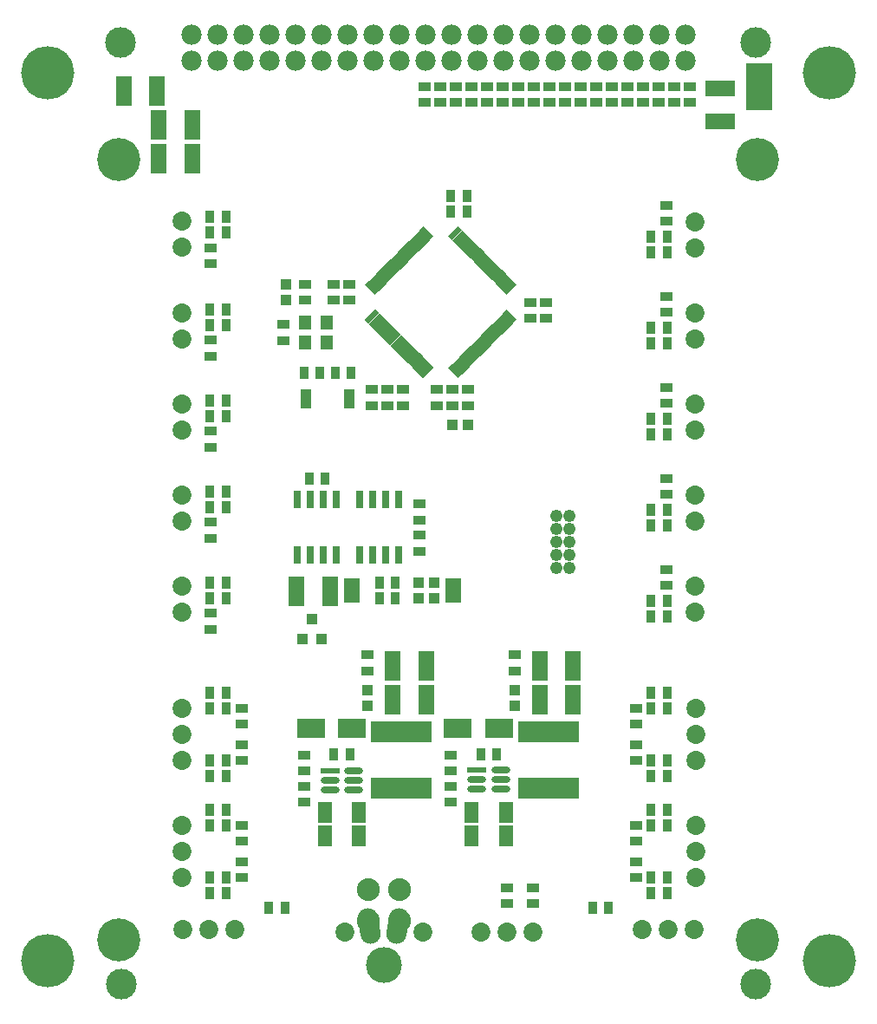
<source format=gts>
G04*
G04 #@! TF.GenerationSoftware,Altium Limited,Altium Designer,20.1.12 (249)*
G04*
G04 Layer_Color=8388736*
%FSLAX25Y25*%
%MOIN*%
G70*
G04*
G04 #@! TF.SameCoordinates,2042196E-867F-4DAE-B54E-166F92C2B522*
G04*
G04*
G04 #@! TF.FilePolarity,Negative*
G04*
G01*
G75*
%ADD16R,0.10000X0.18000*%
%ADD17R,0.06000X0.09510*%
%ADD18R,0.04800X0.03800*%
%ADD19R,0.03162X0.06902*%
%ADD20C,0.11811*%
%ADD21R,0.05918X0.11824*%
%ADD22R,0.04300X0.04300*%
%ADD23R,0.10642X0.07493*%
%ADD24R,0.03800X0.04800*%
%ADD25R,0.23241X0.07887*%
%ADD26R,0.05500X0.07900*%
G04:AMPARAMS|DCode=27|XSize=73.01mil|YSize=24.1mil|CornerRadius=12.05mil|HoleSize=0mil|Usage=FLASHONLY|Rotation=0.000|XOffset=0mil|YOffset=0mil|HoleType=Round|Shape=RoundedRectangle|*
%AMROUNDEDRECTD27*
21,1,0.07301,0.00000,0,0,0.0*
21,1,0.04891,0.02410,0,0,0.0*
1,1,0.02410,0.02445,0.00000*
1,1,0.02410,-0.02445,0.00000*
1,1,0.02410,-0.02445,0.00000*
1,1,0.02410,0.02445,0.00000*
%
%ADD27ROUNDEDRECTD27*%
%ADD28R,0.07301X0.02410*%
%ADD29R,0.04300X0.04300*%
%ADD30R,0.03950X0.04343*%
%ADD31R,0.05100X0.05600*%
%ADD32R,0.04300X0.07800*%
G04:AMPARAMS|DCode=33|XSize=55.24mil|YSize=19.81mil|CornerRadius=0mil|HoleSize=0mil|Usage=FLASHONLY|Rotation=315.000|XOffset=0mil|YOffset=0mil|HoleType=Round|Shape=Rectangle|*
%AMROTATEDRECTD33*
4,1,4,-0.02654,0.01253,-0.01253,0.02654,0.02654,-0.01253,0.01253,-0.02654,-0.02654,0.01253,0.0*
%
%ADD33ROTATEDRECTD33*%

G04:AMPARAMS|DCode=34|XSize=19.81mil|YSize=55.24mil|CornerRadius=0mil|HoleSize=0mil|Usage=FLASHONLY|Rotation=315.000|XOffset=0mil|YOffset=0mil|HoleType=Round|Shape=Rectangle|*
%AMROTATEDRECTD34*
4,1,4,-0.02654,-0.01253,0.01253,0.02654,0.02654,0.01253,-0.01253,-0.02654,-0.02654,-0.01253,0.0*
%
%ADD34ROTATEDRECTD34*%

G04:AMPARAMS|DCode=35|XSize=19.81mil|YSize=59.18mil|CornerRadius=0mil|HoleSize=0mil|Usage=FLASHONLY|Rotation=315.000|XOffset=0mil|YOffset=0mil|HoleType=Round|Shape=Rectangle|*
%AMROTATEDRECTD35*
4,1,4,-0.02793,-0.01392,0.01392,0.02793,0.02793,0.01392,-0.01392,-0.02793,-0.02793,-0.01392,0.0*
%
%ADD35ROTATEDRECTD35*%

%ADD36R,0.05800X0.03800*%
%ADD37R,0.01800X0.03800*%
%ADD38R,0.11824X0.05918*%
%ADD39C,0.02800*%
%ADD40C,0.20485*%
G04:AMPARAMS|DCode=41|XSize=138mil|YSize=78mil|CornerRadius=0mil|HoleSize=0mil|Usage=FLASHONLY|Rotation=100.000|XOffset=0mil|YOffset=0mil|HoleType=Round|Shape=Round|*
%AMOVALD41*
21,1,0.06000,0.07800,0.00000,0.00000,100.0*
1,1,0.07800,0.00521,-0.02954*
1,1,0.07800,-0.00521,0.02954*
%
%ADD41OVALD41*%

G04:AMPARAMS|DCode=42|XSize=138mil|YSize=78mil|CornerRadius=0mil|HoleSize=0mil|Usage=FLASHONLY|Rotation=80.000|XOffset=0mil|YOffset=0mil|HoleType=Round|Shape=Round|*
%AMOVALD42*
21,1,0.06000,0.07800,0.00000,0.00000,80.0*
1,1,0.07800,-0.00521,-0.02954*
1,1,0.07800,0.00521,0.02954*
%
%ADD42OVALD42*%

%ADD43C,0.13811*%
%ADD44C,0.08800*%
%ADD45C,0.16548*%
%ADD46C,0.07800*%
%ADD47C,0.07300*%
%ADD48C,0.04800*%
D16*
X517000Y565500D02*
D03*
D17*
X399500Y371755D02*
D03*
X360500Y371832D02*
D03*
D18*
X386500Y398876D02*
D03*
Y405124D02*
D03*
Y393124D02*
D03*
Y386876D02*
D03*
X366500Y340876D02*
D03*
Y347124D02*
D03*
X342000Y308624D02*
D03*
Y302376D02*
D03*
Y296624D02*
D03*
Y290376D02*
D03*
X398500Y308624D02*
D03*
Y302376D02*
D03*
Y296624D02*
D03*
Y290376D02*
D03*
X423000Y340876D02*
D03*
Y347124D02*
D03*
X430000Y257624D02*
D03*
Y251376D02*
D03*
X420000Y257624D02*
D03*
Y251376D02*
D03*
X359500Y483376D02*
D03*
Y489624D02*
D03*
X353500Y483376D02*
D03*
Y489624D02*
D03*
X342500D02*
D03*
Y483376D02*
D03*
X334000Y467876D02*
D03*
Y474124D02*
D03*
X393000Y449124D02*
D03*
Y442876D02*
D03*
X399000Y449124D02*
D03*
Y442876D02*
D03*
X405000Y449124D02*
D03*
Y442876D02*
D03*
X368000Y449124D02*
D03*
Y442876D02*
D03*
X380000Y449124D02*
D03*
Y442876D02*
D03*
X374000Y449124D02*
D03*
Y442876D02*
D03*
X435000Y482624D02*
D03*
Y476376D02*
D03*
X429000Y482624D02*
D03*
Y476376D02*
D03*
X305876Y497376D02*
D03*
Y503624D02*
D03*
X481500Y520000D02*
D03*
Y513753D02*
D03*
X305876Y461876D02*
D03*
Y468124D02*
D03*
X481500Y485000D02*
D03*
Y478753D02*
D03*
X305876Y426876D02*
D03*
Y433124D02*
D03*
X481500Y450000D02*
D03*
Y443753D02*
D03*
X305876Y391876D02*
D03*
Y398124D02*
D03*
X481500Y415000D02*
D03*
Y408753D02*
D03*
X305876Y356876D02*
D03*
Y363124D02*
D03*
X481500Y380000D02*
D03*
Y373753D02*
D03*
X317876Y312624D02*
D03*
Y306376D02*
D03*
Y320376D02*
D03*
Y326624D02*
D03*
X469624Y320376D02*
D03*
Y326624D02*
D03*
Y312624D02*
D03*
Y306376D02*
D03*
X317876Y267624D02*
D03*
Y261376D02*
D03*
Y275376D02*
D03*
Y281624D02*
D03*
X469624Y275376D02*
D03*
Y281624D02*
D03*
Y267624D02*
D03*
Y261376D02*
D03*
X394500Y559376D02*
D03*
Y565624D02*
D03*
X388500Y559376D02*
D03*
Y565624D02*
D03*
X436500Y559376D02*
D03*
Y565624D02*
D03*
X400500Y559376D02*
D03*
Y565624D02*
D03*
X424500Y559376D02*
D03*
Y565624D02*
D03*
X418500Y559376D02*
D03*
Y565624D02*
D03*
X406500Y559376D02*
D03*
Y565624D02*
D03*
X412500Y559376D02*
D03*
Y565624D02*
D03*
X460500Y559376D02*
D03*
Y565624D02*
D03*
X442500Y559376D02*
D03*
Y565624D02*
D03*
X454500Y559376D02*
D03*
Y565624D02*
D03*
X430500Y559376D02*
D03*
Y565624D02*
D03*
X448500Y559376D02*
D03*
Y565624D02*
D03*
X490500Y559376D02*
D03*
Y565624D02*
D03*
X472500Y559376D02*
D03*
Y565624D02*
D03*
X466500Y559376D02*
D03*
Y565624D02*
D03*
X484500Y559376D02*
D03*
Y565624D02*
D03*
X478500Y559376D02*
D03*
Y565624D02*
D03*
D19*
X339493Y385445D02*
D03*
X344493D02*
D03*
X349493D02*
D03*
X354493D02*
D03*
X339493Y406705D02*
D03*
X344493D02*
D03*
X349493D02*
D03*
X354493D02*
D03*
X363500Y385449D02*
D03*
X368500D02*
D03*
X373500D02*
D03*
X378500D02*
D03*
X363500Y406709D02*
D03*
X368500D02*
D03*
X373500D02*
D03*
X378500D02*
D03*
D20*
X515748Y220472D02*
D03*
Y582677D02*
D03*
X271654Y220472D02*
D03*
X271500Y582677D02*
D03*
D21*
X388899Y343000D02*
D03*
X376101D02*
D03*
X388899Y330000D02*
D03*
X376101D02*
D03*
X445399Y343000D02*
D03*
X432601D02*
D03*
X445399Y330000D02*
D03*
X432601D02*
D03*
X339101Y371577D02*
D03*
X351899D02*
D03*
X272601Y564000D02*
D03*
X285399D02*
D03*
X286101Y538000D02*
D03*
X298899D02*
D03*
X286101Y551000D02*
D03*
X298899D02*
D03*
D22*
X366500Y333500D02*
D03*
Y327500D02*
D03*
X423000Y333500D02*
D03*
Y327500D02*
D03*
X335000Y483500D02*
D03*
Y489500D02*
D03*
D23*
X344626Y319000D02*
D03*
X360374D02*
D03*
X401126D02*
D03*
X416874D02*
D03*
D24*
X359624Y309000D02*
D03*
X353376D02*
D03*
X334624Y250000D02*
D03*
X328376D02*
D03*
X416124Y309000D02*
D03*
X409876D02*
D03*
X452876Y250000D02*
D03*
X459124D02*
D03*
X370876Y375000D02*
D03*
X377124D02*
D03*
X370876Y369000D02*
D03*
X377124D02*
D03*
X398376Y523500D02*
D03*
X404624D02*
D03*
X398376Y517500D02*
D03*
X404624D02*
D03*
X353876Y455500D02*
D03*
X360124D02*
D03*
X348124D02*
D03*
X341876D02*
D03*
X312000Y300500D02*
D03*
X305753D02*
D03*
Y509500D02*
D03*
X312000D02*
D03*
X305753Y515500D02*
D03*
X312000D02*
D03*
X481624Y507876D02*
D03*
X475376D02*
D03*
X481624Y501876D02*
D03*
X475376D02*
D03*
X305753Y474000D02*
D03*
X312000D02*
D03*
X305753Y480000D02*
D03*
X312000D02*
D03*
X481624Y472876D02*
D03*
X475376D02*
D03*
X481624Y466876D02*
D03*
X475376D02*
D03*
X305753Y439000D02*
D03*
X312000D02*
D03*
X305753Y445000D02*
D03*
X312000D02*
D03*
X481624Y437876D02*
D03*
X475376D02*
D03*
X481624Y431876D02*
D03*
X475376D02*
D03*
X305753Y404000D02*
D03*
X312000D02*
D03*
X305753Y410000D02*
D03*
X312000D02*
D03*
X481624Y402876D02*
D03*
X475376D02*
D03*
X481624Y396876D02*
D03*
X475376D02*
D03*
X305753Y369000D02*
D03*
X312000D02*
D03*
X305753Y375000D02*
D03*
X312000D02*
D03*
X481624Y367876D02*
D03*
X475376D02*
D03*
X481624Y361876D02*
D03*
X475376D02*
D03*
X305753Y306500D02*
D03*
X312000D02*
D03*
Y332500D02*
D03*
X305753D02*
D03*
X312000Y326500D02*
D03*
X305753D02*
D03*
X475500Y332500D02*
D03*
X481747D02*
D03*
Y326500D02*
D03*
X475500D02*
D03*
Y300500D02*
D03*
X481747D02*
D03*
X475500Y306500D02*
D03*
X481747D02*
D03*
X312000Y255500D02*
D03*
X305753D02*
D03*
Y261500D02*
D03*
X312000D02*
D03*
Y287500D02*
D03*
X305753D02*
D03*
X312000Y281500D02*
D03*
X305753D02*
D03*
X475500Y287500D02*
D03*
X481747D02*
D03*
Y281500D02*
D03*
X475500D02*
D03*
Y255500D02*
D03*
X481747D02*
D03*
X475500Y261500D02*
D03*
X481747D02*
D03*
X350124Y415000D02*
D03*
X343876D02*
D03*
D25*
X379500Y296000D02*
D03*
Y317500D02*
D03*
X436000Y296000D02*
D03*
Y317500D02*
D03*
D26*
X363108Y286500D02*
D03*
X349892D02*
D03*
X363108Y277500D02*
D03*
X349892D02*
D03*
X419608Y286500D02*
D03*
X406392D02*
D03*
X419608Y277500D02*
D03*
X406392D02*
D03*
D27*
X417557Y302980D02*
D03*
Y299240D02*
D03*
Y295500D02*
D03*
X408500D02*
D03*
Y299240D02*
D03*
X352027Y298935D02*
D03*
Y295195D02*
D03*
X361084D02*
D03*
Y298935D02*
D03*
Y302675D02*
D03*
D28*
X408500Y302980D02*
D03*
X352027Y302675D02*
D03*
D29*
X386000Y375000D02*
D03*
X392000D02*
D03*
X386000Y369000D02*
D03*
X392000D02*
D03*
X405000Y435500D02*
D03*
X399000D02*
D03*
D30*
X348740Y353063D02*
D03*
X341260D02*
D03*
X345000Y360937D02*
D03*
D31*
X342366Y474740D02*
D03*
X350634D02*
D03*
X342366Y467260D02*
D03*
X350634D02*
D03*
D32*
X342732Y445500D02*
D03*
X359268D02*
D03*
D33*
X379310Y499339D02*
D03*
X377918Y497947D02*
D03*
X384877Y504907D02*
D03*
X372350Y492379D02*
D03*
X387661Y507690D02*
D03*
X386269Y506299D02*
D03*
X389053Y509083D02*
D03*
X383485Y503515D02*
D03*
X382093Y502123D02*
D03*
X380701Y500731D02*
D03*
X373742Y493771D02*
D03*
X375134Y495163D02*
D03*
X376526Y496555D02*
D03*
X370958Y490987D02*
D03*
X369566Y489595D02*
D03*
X368174Y488203D02*
D03*
X411324Y467324D02*
D03*
X416892Y472892D02*
D03*
X409932Y465932D02*
D03*
X404364Y460364D02*
D03*
X418284Y474284D02*
D03*
X419676Y475676D02*
D03*
X421068Y477068D02*
D03*
X412716Y468716D02*
D03*
X414108Y470108D02*
D03*
X415500Y471500D02*
D03*
X407148Y463148D02*
D03*
X408540Y464540D02*
D03*
X405756Y461756D02*
D03*
X401581Y457581D02*
D03*
X402973Y458973D02*
D03*
X400189Y456189D02*
D03*
D34*
X409932Y499339D02*
D03*
X416892Y492379D02*
D03*
X411324Y497947D02*
D03*
X404364Y504907D02*
D03*
X419676Y489595D02*
D03*
X418284Y490987D02*
D03*
X421068Y488203D02*
D03*
X412716Y496555D02*
D03*
X415500Y493771D02*
D03*
X414108Y495163D02*
D03*
X408540Y500731D02*
D03*
X407148Y502123D02*
D03*
X405756Y503515D02*
D03*
X401581Y507690D02*
D03*
X400189Y509083D02*
D03*
X402973Y506299D02*
D03*
D35*
X377918Y467324D02*
D03*
X379310Y465932D02*
D03*
X384877Y460364D02*
D03*
X372350Y472892D02*
D03*
X389053Y456189D02*
D03*
X387661Y457581D02*
D03*
X386269Y458973D02*
D03*
X380701Y464540D02*
D03*
X382093Y463148D02*
D03*
X383485Y461756D02*
D03*
X373742Y471500D02*
D03*
X375134Y470108D02*
D03*
X376526Y468716D02*
D03*
X368174Y477068D02*
D03*
X369566Y475676D02*
D03*
X370958Y474284D02*
D03*
D36*
X399500Y374500D02*
D03*
Y369000D02*
D03*
X360500Y369077D02*
D03*
Y374577D02*
D03*
D37*
X397500Y373000D02*
D03*
X399500Y370500D02*
D03*
X401500Y373000D02*
D03*
X362500Y373077D02*
D03*
X360500Y370577D02*
D03*
X358500Y373077D02*
D03*
D38*
X502000Y565000D02*
D03*
Y552202D02*
D03*
D39*
X249315Y223685D02*
D03*
X237315D02*
D03*
Y235685D02*
D03*
X234815Y229685D02*
D03*
X243315Y221185D02*
D03*
X249315Y235685D02*
D03*
X251815Y229685D02*
D03*
X243315Y238185D02*
D03*
Y579315D02*
D03*
X251815Y570815D02*
D03*
X249315Y576815D02*
D03*
X243315Y562315D02*
D03*
X234815Y570815D02*
D03*
X237315Y576815D02*
D03*
Y564815D02*
D03*
X249315D02*
D03*
X550185D02*
D03*
X538185D02*
D03*
Y576815D02*
D03*
X535685Y570815D02*
D03*
X544185Y562315D02*
D03*
X550185Y576815D02*
D03*
X552685Y570815D02*
D03*
X544185Y579315D02*
D03*
Y238130D02*
D03*
X552685Y229630D02*
D03*
X550185Y235630D02*
D03*
X544185Y221130D02*
D03*
X535685Y229630D02*
D03*
X538185Y235630D02*
D03*
Y223630D02*
D03*
X550185D02*
D03*
D40*
X243315Y229685D02*
D03*
Y570815D02*
D03*
X544185D02*
D03*
Y229630D02*
D03*
D41*
X367151Y242776D02*
D03*
D42*
X378188Y242934D02*
D03*
D43*
X372701Y228000D02*
D03*
D44*
X378606Y245000D02*
D03*
X366795D02*
D03*
X378606Y256819D02*
D03*
X366795D02*
D03*
D45*
X516535Y237402D02*
D03*
X270866D02*
D03*
X516535Y537402D02*
D03*
X270866D02*
D03*
D46*
X488701Y575551D02*
D03*
Y585551D02*
D03*
X478701Y575551D02*
D03*
Y585551D02*
D03*
X468701Y575551D02*
D03*
Y585551D02*
D03*
X458701Y575551D02*
D03*
Y585551D02*
D03*
X448701Y575551D02*
D03*
Y585551D02*
D03*
X438701Y575551D02*
D03*
Y585551D02*
D03*
X428701Y575551D02*
D03*
Y585551D02*
D03*
X418701Y575551D02*
D03*
Y585551D02*
D03*
X408701Y575551D02*
D03*
Y585551D02*
D03*
X398701Y575551D02*
D03*
Y585551D02*
D03*
X388701Y575551D02*
D03*
Y585551D02*
D03*
X378701Y575551D02*
D03*
Y585551D02*
D03*
X368701Y575551D02*
D03*
Y585551D02*
D03*
X358701Y575551D02*
D03*
Y585551D02*
D03*
X348701Y575551D02*
D03*
Y585551D02*
D03*
X338701Y575551D02*
D03*
Y585551D02*
D03*
X328701Y575551D02*
D03*
Y585551D02*
D03*
X318701Y575551D02*
D03*
Y585551D02*
D03*
X308701Y575551D02*
D03*
Y585551D02*
D03*
X298701Y575551D02*
D03*
Y585551D02*
D03*
D47*
X430000Y240500D02*
D03*
X420000D02*
D03*
X410000D02*
D03*
X294876Y504000D02*
D03*
Y514000D02*
D03*
X492500Y513376D02*
D03*
Y503376D02*
D03*
X294876Y468500D02*
D03*
Y478500D02*
D03*
X492500Y478376D02*
D03*
Y468376D02*
D03*
X294876Y433500D02*
D03*
Y443500D02*
D03*
X492500Y443376D02*
D03*
Y433376D02*
D03*
X294876Y398500D02*
D03*
Y408500D02*
D03*
X492500Y408376D02*
D03*
Y398376D02*
D03*
X294876Y363500D02*
D03*
Y373500D02*
D03*
X492500Y373376D02*
D03*
Y363376D02*
D03*
X294876Y306500D02*
D03*
Y316500D02*
D03*
Y326500D02*
D03*
X492624D02*
D03*
Y316500D02*
D03*
Y306500D02*
D03*
X294876Y261500D02*
D03*
Y271500D02*
D03*
Y281500D02*
D03*
X492624D02*
D03*
Y271500D02*
D03*
Y261500D02*
D03*
X492000Y241500D02*
D03*
X482000D02*
D03*
X472000D02*
D03*
X315500D02*
D03*
X305500D02*
D03*
X295500D02*
D03*
X357701Y240500D02*
D03*
X367701D02*
D03*
X377701D02*
D03*
X387701D02*
D03*
D48*
X439000Y390500D02*
D03*
X444000D02*
D03*
Y385500D02*
D03*
X439000D02*
D03*
Y380500D02*
D03*
X444000D02*
D03*
Y395500D02*
D03*
X439000D02*
D03*
Y400500D02*
D03*
X444000D02*
D03*
M02*

</source>
